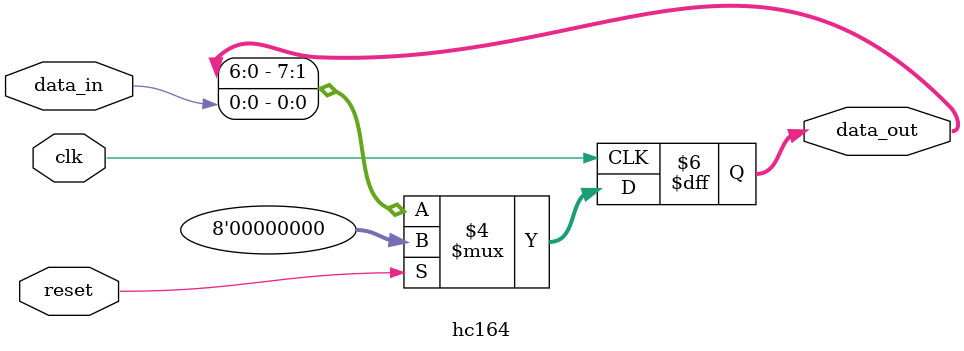
<source format=v>
`timescale 1ns / 1ps


module hc164(
    input data_in,
    input reset,
    input clk,
    output reg [7:0] data_out
    );
    
    initial data_out = 8'b00000001;
    
    always @(posedge clk) begin
        if (reset) begin
            data_out = 8'b00000000;
        end
        
        else begin
            data_out = {data_out[6:0], data_in};
        end
    end
endmodule

</source>
